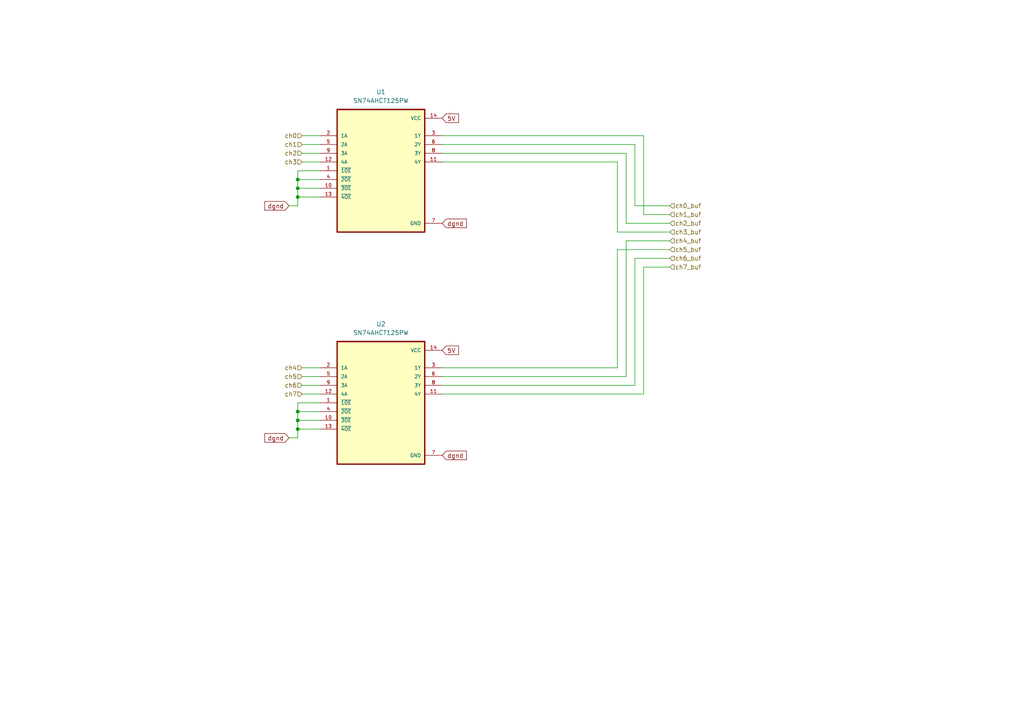
<source format=kicad_sch>
(kicad_sch (version 20211123) (generator eeschema)
  (paper "A4")
  (lib_symbols
    (symbol "SN74AHCT:SN74AHCT125PW" (pin_names (offset 1.016))
      (property "Reference" "U" (at -12.7 18.7706 0))
      (property "Value" "SN74AHCT125PW" (at -12.7 -21.7678 0))
      (symbol "SN74AHCT125PW_0_0"
        (rectangle (start -12.7 -17.78) (end 12.7 17.78) (stroke (width 0.4064)) (fill (type background)))
        (pin input line (at -17.78 0 0) (length 5.08) (name "~{1OE}") (number "1"))
        (pin input line (at -17.78 -5.08 0) (length 5.08) (name "~{3OE}") (number "10"))
        (pin output line (at 17.78 2.54 180) (length 5.08) (name "4Y") (number "11"))
        (pin input line (at -17.78 2.54 0) (length 5.08) (name "4A") (number "12"))
        (pin input line (at -17.78 -7.62 0) (length 5.08) (name "~{4OE}") (number "13"))
        (pin power_in line (at 17.78 15.24 180) (length 5.08) (name "VCC") (number "14"))
        (pin input line (at -17.78 10.16 0) (length 5.08) (name "1A") (number "2"))
        (pin output line (at 17.78 10.16 180) (length 5.08) (name "1Y") (number "3"))
        (pin input line (at -17.78 -2.54 0) (length 5.08) (name "~{2OE}") (number "4"))
        (pin input line (at -17.78 7.62 0) (length 5.08) (name "2A") (number "5"))
        (pin output line (at 17.78 7.62 180) (length 5.08) (name "2Y") (number "6"))
        (pin power_in line (at 17.78 -15.24 180) (length 5.08) (name "GND") (number "7"))
        (pin output line (at 17.78 5.08 180) (length 5.08) (name "3Y") (number "8"))
        (pin input line (at -17.78 5.08 0) (length 5.08) (name "3A") (number "9"))
      )
    )
  )
  (junction (at 86.36 57.15))
  (junction (at 86.36 119.38))
  (junction (at 86.36 54.61))
  (junction (at 86.36 124.46))
  (junction (at 86.36 121.92))
  (junction (at 86.36 52.07))
  (wire (pts (xy 128.27 41.91) (xy 184.15 41.91)))
  (wire (pts (xy 179.07 67.31) (xy 194.31 67.31)))
  (wire (pts (xy 92.71 54.61) (xy 86.36 54.61)))
  (wire (pts (xy 92.71 46.99) (xy 87.63 46.99)))
  (wire (pts (xy 92.71 52.07) (xy 86.36 52.07)))
  (wire (pts (xy 186.69 114.3) (xy 186.69 77.47)))
  (wire (pts (xy 92.71 41.91) (xy 87.63 41.91)))
  (wire (pts (xy 86.36 57.15) (xy 86.36 59.69)))
  (wire (pts (xy 179.07 106.68) (xy 179.07 72.39)))
  (wire (pts (xy 186.69 62.23) (xy 194.31 62.23)))
  (wire (pts (xy 92.71 114.3) (xy 87.63 114.3)))
  (wire (pts (xy 86.36 119.38) (xy 86.36 121.92)))
  (wire (pts (xy 128.27 39.37) (xy 186.69 39.37)))
  (wire (pts (xy 92.71 119.38) (xy 86.36 119.38)))
  (wire (pts (xy 184.15 59.69) (xy 194.31 59.69)))
  (wire (pts (xy 186.69 39.37) (xy 186.69 62.23)))
  (wire (pts (xy 86.36 59.69) (xy 83.82 59.69)))
  (wire (pts (xy 184.15 111.76) (xy 184.15 74.93)))
  (wire (pts (xy 92.71 116.84) (xy 86.36 116.84)))
  (wire (pts (xy 92.71 121.92) (xy 86.36 121.92)))
  (wire (pts (xy 128.27 46.99) (xy 179.07 46.99)))
  (wire (pts (xy 86.36 121.92) (xy 86.36 124.46)))
  (wire (pts (xy 128.27 114.3) (xy 186.69 114.3)))
  (wire (pts (xy 181.61 69.85) (xy 194.31 69.85)))
  (wire (pts (xy 87.63 44.45) (xy 92.71 44.45)))
  (wire (pts (xy 181.61 44.45) (xy 181.61 64.77)))
  (wire (pts (xy 86.36 52.07) (xy 86.36 54.61)))
  (wire (pts (xy 184.15 41.91) (xy 184.15 59.69)))
  (wire (pts (xy 181.61 64.77) (xy 194.31 64.77)))
  (wire (pts (xy 87.63 111.76) (xy 92.71 111.76)))
  (wire (pts (xy 92.71 57.15) (xy 86.36 57.15)))
  (wire (pts (xy 92.71 124.46) (xy 86.36 124.46)))
  (wire (pts (xy 128.27 106.68) (xy 179.07 106.68)))
  (wire (pts (xy 181.61 109.22) (xy 181.61 69.85)))
  (wire (pts (xy 86.36 127) (xy 83.82 127)))
  (wire (pts (xy 92.71 49.53) (xy 86.36 49.53)))
  (wire (pts (xy 86.36 54.61) (xy 86.36 57.15)))
  (wire (pts (xy 179.07 46.99) (xy 179.07 67.31)))
  (wire (pts (xy 128.27 109.22) (xy 181.61 109.22)))
  (wire (pts (xy 184.15 74.93) (xy 194.31 74.93)))
  (wire (pts (xy 86.36 116.84) (xy 86.36 119.38)))
  (wire (pts (xy 92.71 109.22) (xy 87.63 109.22)))
  (wire (pts (xy 179.07 72.39) (xy 194.31 72.39)))
  (wire (pts (xy 128.27 44.45) (xy 181.61 44.45)))
  (wire (pts (xy 86.36 49.53) (xy 86.36 52.07)))
  (wire (pts (xy 86.36 124.46) (xy 86.36 127)))
  (wire (pts (xy 87.63 106.68) (xy 92.71 106.68)))
  (wire (pts (xy 186.69 77.47) (xy 194.31 77.47)))
  (wire (pts (xy 87.63 39.37) (xy 92.71 39.37)))
  (wire (pts (xy 128.27 111.76) (xy 184.15 111.76)))
  (global_label "5V" (shape input) (at 128.27 101.6 0) (property "Intersheet References" "${INTERSHEET_REFS}" (effects hide)))
  (global_label "5V" (shape input) (at 128.27 34.29 0) (property "Intersheet References" "${INTERSHEET_REFS}" (effects hide)))
  (global_label "dgnd" (shape input) (at 128.27 64.77 0) (property "Intersheet References" "${INTERSHEET_REFS}" (effects hide)))
  (global_label "dgnd" (shape input) (at 128.27 132.08 0) (property "Intersheet References" "${INTERSHEET_REFS}" (effects hide)))
  (global_label "dgnd" (shape input) (at 83.82 127 180) (property "Intersheet References" "${INTERSHEET_REFS}" (effects hide)))
  (global_label "dgnd" (shape input) (at 83.82 59.69 180) (property "Intersheet References" "${INTERSHEET_REFS}" (effects hide)))
  (hierarchical_label "ch0_buf" (shape input) (at 194.31 59.69 0))
  (hierarchical_label "ch1" (shape input) (at 87.63 41.91 180))
  (hierarchical_label "ch0" (shape input) (at 87.63 39.37 180))
  (hierarchical_label "ch2" (shape input) (at 87.63 44.45 180))
  (hierarchical_label "ch3" (shape input) (at 87.63 46.99 180))
  (hierarchical_label "ch6_buf" (shape input) (at 194.31 74.93 0))
  (hierarchical_label "ch7_buf" (shape input) (at 194.31 77.47 0))
  (hierarchical_label "ch3_buf" (shape input) (at 194.31 67.31 0))
  (hierarchical_label "ch4_buf" (shape input) (at 194.31 69.85 0))
  (hierarchical_label "ch7" (shape input) (at 87.63 114.3 180))
  (hierarchical_label "ch4" (shape input) (at 87.63 106.68 180))
  (hierarchical_label "ch6" (shape input) (at 87.63 111.76 180))
  (hierarchical_label "ch5_buf" (shape input) (at 194.31 72.39 0))
  (hierarchical_label "ch5" (shape input) (at 87.63 109.22 180))
  (hierarchical_label "ch1_buf" (shape input) (at 194.31 62.23 0))
  (hierarchical_label "ch2_buf" (shape input) (at 194.31 64.77 0))
  (symbol (lib_id "SN74AHCT:SN74AHCT125PW") (at 110.49 49.53 0) (unit 1)
    (property "Reference" "U1" (at 110.49 26.67 0))
    (property "Value" "SN74AHCT125PW" (at 110.49 29.21 0))
    (property "Footprint" "Package_DIP:DIP-14_W7.62mm" (effects hide))
  )
  (symbol (lib_id "SN74AHCT:SN74AHCT125PW") (at 110.49 116.84 0) (unit 1)
    (property "Reference" "U2" (at 110.49 93.98 0))
    (property "Value" "SN74AHCT125PW" (at 110.49 96.52 0))
    (property "Footprint" "DIP-14_W7.62mm" (effects hide))
  )
)
</source>
